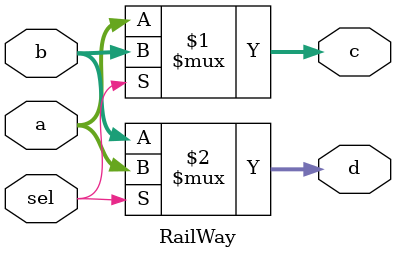
<source format=v>

module RailWay(input [7:0] a, b, input sel, output [7:0] c, d);
	assign c = sel ? b : a;
	assign d = sel ? a : b;
endmodule
</source>
